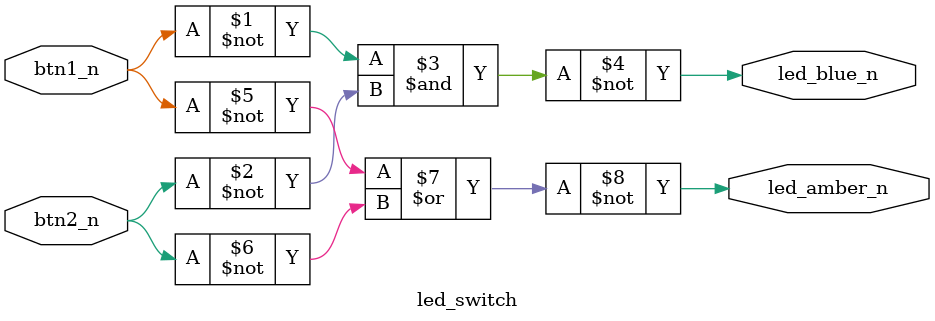
<source format=v>
module led_switch (
	input wire btn1_n,
	input wire btn2_n,
	output wire led_blue_n,
	output wire led_amber_n
);

assign led_blue_n = ~(~btn1_n & ~btn2_n);
assign led_amber_n = ~(~btn1_n | ~btn2_n);

endmodule
</source>
